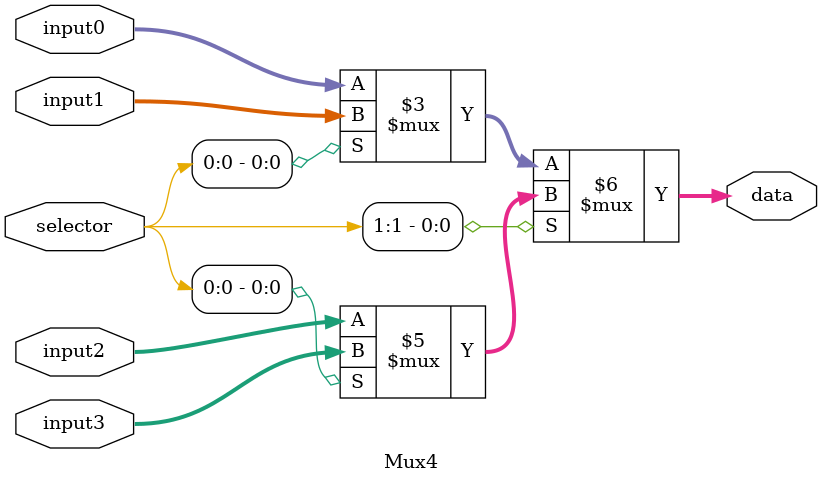
<source format=v>
module Mux4 (
	input 	[1:0]	selector,
	input 	[31:0]	input0,
	input 	[31:0]	input1,
	input 	[31:0]	input2,
	input 	[31:0]	input3,
	output 	[31:0]	data
);

assign data = (selector[1] == 0)
				? (selector[0] == 0 ? input0 : input1)
				: (selector[0] == 0 ? input2 : input3);

endmodule //Mux4
</source>
